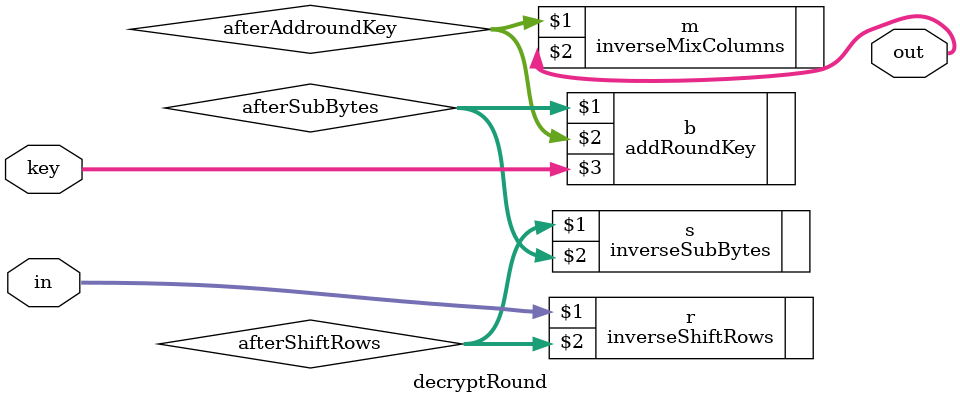
<source format=v>
module decryptRound(in,key,out);
input [127:0] in;
output [127:0] out;
input [127:0] key;
wire [127:0] afterSubBytes;
wire [127:0] afterShiftRows;
wire [127:0] afterMixColumns;
wire [127:0] afterAddroundKey;

inverseShiftRows r(in,afterShiftRows);
inverseSubBytes s(afterShiftRows,afterSubBytes);
addRoundKey b(afterSubBytes,afterAddroundKey,key);
inverseMixColumns m(afterAddroundKey,out);
		
endmodule
</source>
